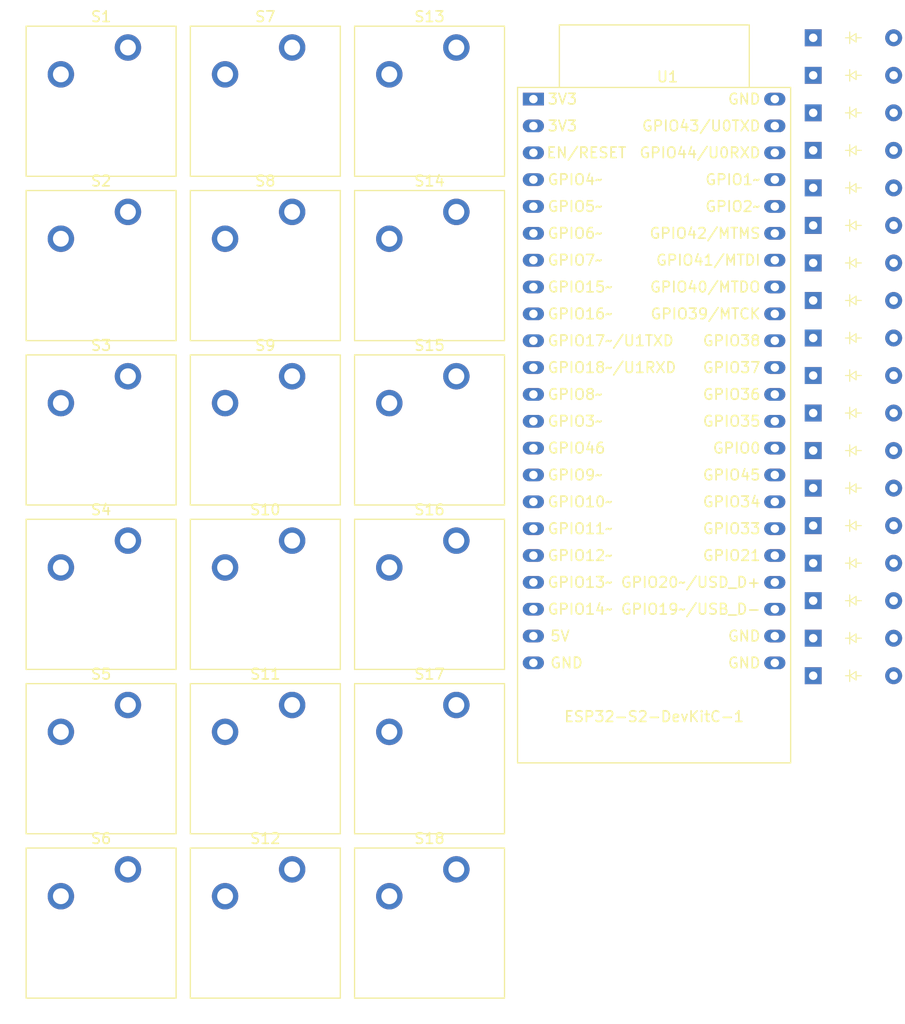
<source format=kicad_pcb>
(kicad_pcb (version 20240108) (generator "pcbnew") (generator_version "8.0")
  (layers (0 "F.Cu" signal) (31 "B.Cu" signal) (34 "B.Paste" user) (35 "F.Paste" user) (36 "B.SilkS" user "B.Silkscreen") (37 "F.SilkS" user "F.Silkscreen") (38 "B.Mask" user) (39 "F.Mask" user) (44 "Edge.Cuts" user))
  (net 0 "")
  (net 1 "Net-(D1-A)")
  (net 2 "Net-(D1-K)")
  (net 3 "Net-(D2-A)")
  (net 4 "Net-(D3-A)")
  (net 5 "Net-(D4-A)")
  (net 6 "Net-(D5-A)")
  (net 7 "Net-(D10-K)")
  (net 8 "Net-(D6-A)")
  (net 9 "Net-(D7-A)")
  (net 10 "Net-(D8-A)")
  (net 11 "Net-(D9-A)")
  (net 12 "Net-(D10-A)")
  (net 13 "Net-(D11-A)")
  (net 14 "Net-(D11-K)")
  (net 15 "Net-(D12-A)")
  (net 16 "Net-(D13-A)")
  (net 17 "Net-(D14-A)")
  (net 18 "Net-(D15-A)")
  (net 19 "Net-(D16-A)")
  (net 20 "Net-(D17-A)")
  (net 21 "Net-(D18-A)")
  (net 22 "Net-(S1-Pad1)")
  (net 23 "Net-(S12-Pad1)")
  (net 24 "Net-(S13-Pad1)")
  (net 25 "Net-(S14-Pad1)")
  (net 26 "Net-(S10-Pad1)")
  (net 27 "Net-(S16-Pad1)")
  (footprint "ScottoKeebs_Components:Diode_DO-35" (layer "F.Cu") (at 126.83 70.8)
    (property "Reference" "D12" (hide yes))
    (property "Value" "Diode" (hide yes))
    (fp_line (start 3.06 0) (end 3.46 0) (stroke (width 0.1)) (layer "F.SilkS"))
    (fp_line (start 3.46 -0.55) (end 3.46 0.55) (stroke (width 0.1)) (layer "F.SilkS"))
    (fp_line (start 3.46 0) (end 4.06 -0.4) (stroke (width 0.1)) (layer "F.SilkS"))
    (fp_line (start 4.06 -0.4) (end 4.06 0.4) (stroke (width 0.1)) (layer "F.SilkS"))
    (fp_line (start 4.06 0) (end 4.56 0) (stroke (width 0.1)) (layer "F.SilkS"))
    (fp_line (start 4.06 0.4) (end 3.46 0) (stroke (width 0.1)) (layer "F.SilkS"))
    (pad "1" thru_hole rect (at 0 0) (size 1.6 1.6) (drill 0.8) (layers "*.Cu" "*.Mask") (net 14 "Net-(D11-K)"))
    (pad "2" thru_hole oval (at 7.62 0) (size 1.6 1.6) (drill 0.8) (layers "*.Cu" "*.Mask") (net 15 "Net-(D12-A)"))
  )
  (footprint "ScottoKeebs_Components:Diode_DO-35" (layer "F.Cu") (at 126.83 67.25)
    (property "Reference" "D11" (hide yes))
    (property "Value" "Diode" (hide yes))
    (fp_line (start 3.06 0) (end 3.46 0) (stroke (width 0.1)) (layer "F.SilkS"))
    (fp_line (start 3.46 -0.55) (end 3.46 0.55) (stroke (width 0.1)) (layer "F.SilkS"))
    (fp_line (start 3.46 0) (end 4.06 -0.4) (stroke (width 0.1)) (layer "F.SilkS"))
    (fp_line (start 4.06 -0.4) (end 4.06 0.4) (stroke (width 0.1)) (layer "F.SilkS"))
    (fp_line (start 4.06 0) (end 4.56 0) (stroke (width 0.1)) (layer "F.SilkS"))
    (fp_line (start 4.06 0.4) (end 3.46 0) (stroke (width 0.1)) (layer "F.SilkS"))
    (pad "1" thru_hole rect (at 0 0) (size 1.6 1.6) (drill 0.8) (layers "*.Cu" "*.Mask") (net 14 "Net-(D11-K)"))
    (pad "2" thru_hole oval (at 7.62 0) (size 1.6 1.6) (drill 0.8) (layers "*.Cu" "*.Mask") (net 13 "Net-(D11-A)"))
  )
  (footprint "ScottoKeebs_MX:MX_PCB_1.50u" (layer "F.Cu") (at 90.5 84.4)
    (property "Reference" "S16" (at 0 -8 0) (layer "F.SilkS"))
    (property "Value" "Keyswitch")
    (fp_line (start -7.1 -7.1) (end -7.1 7.1) (stroke (width 0.12)) (layer "F.SilkS"))
    (fp_line (start -7.1 7.1) (end 7.1 7.1) (stroke (width 0.12)) (layer "F.SilkS"))
    (fp_line (start 7.1 -7.1) (end -7.1 -7.1) (stroke (width 0.12)) (layer "F.SilkS"))
    (fp_line (start 7.1 7.1) (end 7.1 -7.1) (stroke (width 0.12)) (layer "F.SilkS"))
    (pad "" np_thru_hole circle (at -5.08 0) (size 1.75 1.75) (drill 1.75) (layers "*.Cu" "*.Mask"))
    (pad "" np_thru_hole circle (at 0 0) (size 4 4) (drill 4) (layers "*.Cu" "*.Mask"))
    (pad "" np_thru_hole circle (at 5.08 0) (size 1.75 1.75) (drill 1.75) (layers "*.Cu" "*.Mask"))
    (pad "1" thru_hole circle (at -3.81 -2.54) (size 2.5 2.5) (drill 1.5) (layers "*.Cu" "*.Mask") (net 27 "Net-(S16-Pad1)"))
    (pad "2" thru_hole circle (at 2.54 -5.08) (size 2.5 2.5) (drill 1.5) (layers "*.Cu" "*.Mask") (net 19 "Net-(D16-A)"))
  )
  (footprint "ScottoKeebs_Components:Diode_DO-35" (layer "F.Cu") (at 126.83 77.9)
    (property "Reference" "D14" (hide yes))
    (property "Value" "Diode" (hide yes))
    (fp_line (start 3.06 0) (end 3.46 0) (stroke (width 0.1)) (layer "F.SilkS"))
    (fp_line (start 3.46 -0.55) (end 3.46 0.55) (stroke (width 0.1)) (layer "F.SilkS"))
    (fp_line (start 3.46 0) (end 4.06 -0.4) (stroke (width 0.1)) (layer "F.SilkS"))
    (fp_line (start 4.06 -0.4) (end 4.06 0.4) (stroke (width 0.1)) (layer "F.SilkS"))
    (fp_line (start 4.06 0) (end 4.56 0) (stroke (width 0.1)) (layer "F.SilkS"))
    (fp_line (start 4.06 0.4) (end 3.46 0) (stroke (width 0.1)) (layer "F.SilkS"))
    (pad "1" thru_hole rect (at 0 0) (size 1.6 1.6) (drill 0.8) (layers "*.Cu" "*.Mask") (net 14 "Net-(D11-K)"))
    (pad "2" thru_hole oval (at 7.62 0) (size 1.6 1.6) (drill 0.8) (layers "*.Cu" "*.Mask") (net 17 "Net-(D14-A)"))
  )
  (footprint "ScottoKeebs_MX:MX_PCB_1.00u" (layer "F.Cu") (at 59.4 115.5)
    (property "Reference" "S6" (at 0 -8 0) (layer "F.SilkS"))
    (property "Value" "Keyswitch")
    (fp_line (start -7.1 -7.1) (end -7.1 7.1) (stroke (width 0.12)) (layer "F.SilkS"))
    (fp_line (start -7.1 7.1) (end 7.1 7.1) (stroke (width 0.12)) (layer "F.SilkS"))
    (fp_line (start 7.1 -7.1) (end -7.1 -7.1) (stroke (width 0.12)) (layer "F.SilkS"))
    (fp_line (start 7.1 7.1) (end 7.1 -7.1) (stroke (width 0.12)) (layer "F.SilkS"))
    (pad "" np_thru_hole circle (at -5.08 0) (size 1.75 1.75) (drill 1.75) (layers "*.Cu" "*.Mask"))
    (pad "" np_thru_hole circle (at 0 0) (size 4 4) (drill 4) (layers "*.Cu" "*.Mask"))
    (pad "" np_thru_hole circle (at 5.08 0) (size 1.75 1.75) (drill 1.75) (layers "*.Cu" "*.Mask"))
    (pad "1" thru_hole circle (at -3.81 -2.54) (size 2.5 2.5) (drill 1.5) (layers "*.Cu" "*.Mask") (net 22 "Net-(S1-Pad1)"))
    (pad "2" thru_hole circle (at 2.54 -5.08) (size 2.5 2.5) (drill 1.5) (layers "*.Cu" "*.Mask") (net 8 "Net-(D6-A)"))
  )
  (footprint "ScottoKeebs_MX:MX_PCB_1.00u" (layer "F.Cu") (at 59.4 37.75)
    (property "Reference" "S1" (at 0 -8 0) (layer "F.SilkS"))
    (property "Value" "Keyswitch")
    (fp_line (start -7.1 -7.1) (end -7.1 7.1) (stroke (width 0.12)) (layer "F.SilkS"))
    (fp_line (start -7.1 7.1) (end 7.1 7.1) (stroke (width 0.12)) (layer "F.SilkS"))
    (fp_line (start 7.1 -7.1) (end -7.1 -7.1) (stroke (width 0.12)) (layer "F.SilkS"))
    (fp_line (start 7.1 7.1) (end 7.1 -7.1) (stroke (width 0.12)) (layer "F.SilkS"))
    (pad "" np_thru_hole circle (at -5.08 0) (size 1.75 1.75) (drill 1.75) (layers "*.Cu" "*.Mask"))
    (pad "" np_thru_hole circle (at 0 0) (size 4 4) (drill 4) (layers "*.Cu" "*.Mask"))
    (pad "" np_thru_hole circle (at 5.08 0) (size 1.75 1.75) (drill 1.75) (layers "*.Cu" "*.Mask"))
    (pad "1" thru_hole circle (at -3.81 -2.54) (size 2.5 2.5) (drill 1.5) (layers "*.Cu" "*.Mask") (net 22 "Net-(S1-Pad1)"))
    (pad "2" thru_hole circle (at 2.54 -5.08) (size 2.5 2.5) (drill 1.5) (layers "*.Cu" "*.Mask") (net 1 "Net-(D1-A)"))
  )
  (footprint "ScottoKeebs_Components:Diode_DO-35" (layer "F.Cu") (at 126.83 81.45)
    (property "Reference" "D15" (hide yes))
    (property "Value" "Diode" (hide yes))
    (fp_line (start 3.06 0) (end 3.46 0) (stroke (width 0.1)) (layer "F.SilkS"))
    (fp_line (start 3.46 -0.55) (end 3.46 0.55) (stroke (width 0.1)) (layer "F.SilkS"))
    (fp_line (start 3.46 0) (end 4.06 -0.4) (stroke (width 0.1)) (layer "F.SilkS"))
    (fp_line (start 4.06 -0.4) (end 4.06 0.4) (stroke (width 0.1)) (layer "F.SilkS"))
    (fp_line (start 4.06 0) (end 4.56 0) (stroke (width 0.1)) (layer "F.SilkS"))
    (fp_line (start 4.06 0.4) (end 3.46 0) (stroke (width 0.1)) (layer "F.SilkS"))
    (pad "1" thru_hole rect (at 0 0) (size 1.6 1.6) (drill 0.8) (layers "*.Cu" "*.Mask") (net 14 "Net-(D11-K)"))
    (pad "2" thru_hole oval (at 7.62 0) (size 1.6 1.6) (drill 0.8) (layers "*.Cu" "*.Mask") (net 18 "Net-(D15-A)"))
  )
  (footprint "ScottoKeebs_Components:Diode_DO-35" (layer "F.Cu") (at 126.83 35.3)
    (property "Reference" "D2" (hide yes))
    (property "Value" "Diode" (hide yes))
    (fp_line (start 3.06 0) (end 3.46 0) (stroke (width 0.1)) (layer "F.SilkS"))
    (fp_line (start 3.46 -0.55) (end 3.46 0.55) (stroke (width 0.1)) (layer "F.SilkS"))
    (fp_line (start 3.46 0) (end 4.06 -0.4) (stroke (width 0.1)) (layer "F.SilkS"))
    (fp_line (start 4.06 -0.4) (end 4.06 0.4) (stroke (width 0.1)) (layer "F.SilkS"))
    (fp_line (start 4.06 0) (end 4.56 0) (stroke (width 0.1)) (layer "F.SilkS"))
    (fp_line (start 4.06 0.4) (end 3.46 0) (stroke (width 0.1)) (layer "F.SilkS"))
    (pad "1" thru_hole rect (at 0 0) (size 1.6 1.6) (drill 0.8) (layers "*.Cu" "*.Mask") (net 2 "Net-(D1-K)"))
    (pad "2" thru_hole oval (at 7.62 0) (size 1.6 1.6) (drill 0.8) (layers "*.Cu" "*.Mask") (net 3 "Net-(D2-A)"))
  )
  (footprint "ScottoKeebs_Components:Diode_DO-35" (layer "F.Cu") (at 126.83 85)
    (property "Reference" "D16" (hide yes))
    (property "Value" "Diode" (hide yes))
    (fp_line (start 3.06 0) (end 3.46 0) (stroke (width 0.1)) (layer "F.SilkS"))
    (fp_line (start 3.46 -0.55) (end 3.46 0.55) (stroke (width 0.1)) (layer "F.SilkS"))
    (fp_line (start 3.46 0) (end 4.06 -0.4) (stroke (width 0.1)) (layer "F.SilkS"))
    (fp_line (start 4.06 -0.4) (end 4.06 0.4) (stroke (width 0.1)) (layer "F.SilkS"))
    (fp_line (start 4.06 0) (end 4.56 0) (stroke (width 0.1)) (layer "F.SilkS"))
    (fp_line (start 4.06 0.4) (end 3.46 0) (stroke (width 0.1)) (layer "F.SilkS"))
    (pad "1" thru_hole rect (at 0 0) (size 1.6 1.6) (drill 0.8) (layers "*.Cu" "*.Mask") (net 2 "Net-(D1-K)"))
    (pad "2" thru_hole oval (at 7.62 0) (size 1.6 1.6) (drill 0.8) (layers "*.Cu" "*.Mask") (net 19 "Net-(D16-A)"))
  )
  (footprint "ScottoKeebs_Components:Diode_DO-35" (layer "F.Cu") (at 126.83 60.15)
    (property "Reference" "D9" (hide yes))
    (property "Value" "Diode" (hide yes))
    (fp_line (start 3.06 0) (end 3.46 0) (stroke (width 0.1)) (layer "F.SilkS"))
    (fp_line (start 3.46 -0.55) (end 3.46 0.55) (stroke (width 0.1)) (layer "F.SilkS"))
    (fp_line (start 3.46 0) (end 4.06 -0.4) (stroke (width 0.1)) (layer "F.SilkS"))
    (fp_line (start 4.06 -0.4) (end 4.06 0.4) (stroke (width 0.1)) (layer "F.SilkS"))
    (fp_line (start 4.06 0) (end 4.56 0) (stroke (width 0.1)) (layer "F.SilkS"))
    (fp_line (start 4.06 0.4) (end 3.46 0) (stroke (width 0.1)) (layer "F.SilkS"))
    (pad "1" thru_hole rect (at 0 0) (size 1.6 1.6) (drill 0.8) (layers "*.Cu" "*.Mask") (net 7 "Net-(D10-K)"))
    (pad "2" thru_hole oval (at 7.62 0) (size 1.6 1.6) (drill 0.8) (layers "*.Cu" "*.Mask") (net 11 "Net-(D9-A)"))
  )
  (footprint "ScottoKeebs_MX:MX_PCB_1.00u" (layer "F.Cu") (at 90.5 37.75)
    (property "Reference" "S13" (at 0 -8 0) (layer "F.SilkS"))
    (property "Value" "Keyswitch")
    (fp_line (start -7.1 -7.1) (end -7.1 7.1) (stroke (width 0.12)) (layer "F.SilkS"))
    (fp_line (start -7.1 7.1) (end 7.1 7.1) (stroke (width 0.12)) (layer "F.SilkS"))
    (fp_line (start 7.1 -7.1) (end -7.1 -7.1) (stroke (width 0.12)) (layer "F.SilkS"))
    (fp_line (start 7.1 7.1) (end 7.1 -7.1) (stroke (width 0.12)) (layer "F.SilkS"))
    (pad "" np_thru_hole circle (at -5.08 0) (size 1.75 1.75) (drill 1.75) (layers "*.Cu" "*.Mask"))
    (pad "" np_thru_hole circle (at 0 0) (size 4 4) (drill 4) (layers "*.Cu" "*.Mask"))
    (pad "" np_thru_hole circle (at 5.08 0) (size 1.75 1.75) (drill 1.75) (layers "*.Cu" "*.Mask"))
    (pad "1" thru_hole circle (at -3.81 -2.54) (size 2.5 2.5) (drill 1.5) (layers "*.Cu" "*.Mask") (net 24 "Net-(S13-Pad1)"))
    (pad "2" thru_hole circle (at 2.54 -5.08) (size 2.5 2.5) (drill 1.5) (layers "*.Cu" "*.Mask") (net 16 "Net-(D13-A)"))
  )
  (footprint "ScottoKeebs_MX:MX_PCB_1.00u" (layer "F.Cu") (at 90.5 68.85)
    (property "Reference" "S15" (at 0 -8 0) (layer "F.SilkS"))
    (property "Value" "Keyswitch")
    (fp_line (start -7.1 -7.1) (end -7.1 7.1) (stroke (width 0.12)) (layer "F.SilkS"))
    (fp_line (start -7.1 7.1) (end 7.1 7.1) (stroke (width 0.12)) (layer "F.SilkS"))
    (fp_line (start 7.1 -7.1) (end -7.1 -7.1) (stroke (width 0.12)) (layer "F.SilkS"))
    (fp_line (start 7.1 7.1) (end 7.1 -7.1) (stroke (width 0.12)) (layer "F.SilkS"))
    (pad "" np_thru_hole circle (at -5.08 0) (size 1.75 1.75) (drill 1.75) (layers "*.Cu" "*.Mask"))
    (pad "" np_thru_hole circle (at 0 0) (size 4 4) (drill 4) (layers "*.Cu" "*.Mask"))
    (pad "" np_thru_hole circle (at 5.08 0) (size 1.75 1.75) (drill 1.75) (layers "*.Cu" "*.Mask"))
    (pad "1" thru_hole circle (at -3.81 -2.54) (size 2.5 2.5) (drill 1.5) (layers "*.Cu" "*.Mask") (net 26 "Net-(S10-Pad1)"))
    (pad "2" thru_hole circle (at 2.54 -5.08) (size 2.5 2.5) (drill 1.5) (layers "*.Cu" "*.Mask") (net 18 "Net-(D15-A)"))
  )
  (footprint "ScottoKeebs_Components:Diode_DO-35" (layer "F.Cu") (at 126.83 31.75)
    (property "Reference" "D1" (hide yes))
    (property "Value" "Diode" (hide yes))
    (fp_line (start 3.06 0) (end 3.46 0) (stroke (width 0.1)) (layer "F.SilkS"))
    (fp_line (start 3.46 -0.55) (end 3.46 0.55) (stroke (width 0.1)) (layer "F.SilkS"))
    (fp_line (start 3.46 0) (end 4.06 -0.4) (stroke (width 0.1)) (layer "F.SilkS"))
    (fp_line (start 4.06 -0.4) (end 4.06 0.4) (stroke (width 0.1)) (layer "F.SilkS"))
    (fp_line (start 4.06 0) (end 4.56 0) (stroke (width 0.1)) (layer "F.SilkS"))
    (fp_line (start 4.06 0.4) (end 3.46 0) (stroke (width 0.1)) (layer "F.SilkS"))
    (pad "1" thru_hole rect (at 0 0) (size 1.6 1.6) (drill 0.8) (layers "*.Cu" "*.Mask") (net 2 "Net-(D1-K)"))
    (pad "2" thru_hole oval (at 7.62 0) (size 1.6 1.6) (drill 0.8) (layers "*.Cu" "*.Mask") (net 1 "Net-(D1-A)"))
  )
  (footprint "ScottoKeebs_MX:MX_PCB_1.00u" (layer "F.Cu") (at 74.95 115.5)
    (property "Reference" "S12" (at 0 -8 0) (layer "F.SilkS"))
    (property "Value" "Keyswitch")
    (fp_line (start -7.1 -7.1) (end -7.1 7.1) (stroke (width 0.12)) (layer "F.SilkS"))
    (fp_line (start -7.1 7.1) (end 7.1 7.1) (stroke (width 0.12)) (layer "F.SilkS"))
    (fp_line (start 7.1 -7.1) (end -7.1 -7.1) (stroke (width 0.12)) (layer "F.SilkS"))
    (fp_line (start 7.1 7.1) (end 7.1 -7.1) (stroke (width 0.12)) (layer "F.SilkS"))
    (pad "" np_thru_hole circle (at -5.08 0) (size 1.75 1.75) (drill 1.75) (layers "*.Cu" "*.Mask"))
    (pad "" np_thru_hole circle (at 0 0) (size 4 4) (drill 4) (layers "*.Cu" "*.Mask"))
    (pad "" np_thru_hole circle (at 5.08 0) (size 1.75 1.75) (drill 1.75) (layers "*.Cu" "*.Mask"))
    (pad "1" thru_hole circle (at -3.81 -2.54) (size 2.5 2.5) (drill 1.5) (layers "*.Cu" "*.Mask") (net 23 "Net-(S12-Pad1)"))
    (pad "2" thru_hole circle (at 2.54 -5.08) (size 2.5 2.5) (drill 1.5) (layers "*.Cu" "*.Mask") (net 15 "Net-(D12-A)"))
  )
  (footprint "ScottoKeebs_Components:Diode_DO-35" (layer "F.Cu") (at 126.83 38.85)
    (property "Reference" "D3" (hide yes))
    (property "Value" "Diode" (hide yes))
    (fp_line (start 3.06 0) (end 3.46 0) (stroke (width 0.1)) (layer "F.SilkS"))
    (fp_line (start 3.46 -0.55) (end 3.46 0.55) (stroke (width 0.1)) (layer "F.SilkS"))
    (fp_line (start 3.46 0) (end 4.06 -0.4) (stroke (width 0.1)) (layer "F.SilkS"))
    (fp_line (start 4.06 -0.4) (end 4.06 0.4) (stroke (width 0.1)) (layer "F.SilkS"))
    (fp_line (start 4.06 0) (end 4.56 0) (stroke (width 0.1)) (layer "F.SilkS"))
    (fp_line (start 4.06 0.4) (end 3.46 0) (stroke (width 0.1)) (layer "F.SilkS"))
    (pad "1" thru_hole rect (at 0 0) (size 1.6 1.6) (drill 0.8) (layers "*.Cu" "*.Mask") (net 2 "Net-(D1-K)"))
    (pad "2" thru_hole oval (at 7.62 0) (size 1.6 1.6) (drill 0.8) (layers "*.Cu" "*.Mask") (net 4 "Net-(D3-A)"))
  )
  (footprint "PCM_Espressif:ESP32-S2-DevKitC-1" (layer "F.Cu") (at 100.335 37.54812)
    (property "Reference" "U1" (at 12.7 -2.1 0) (layer "F.SilkS"))
    (property "Value" "ESP32-S2-DevKitC-1" (at 11.43 58.42 180) (layer "F.SilkS"))
    (fp_line (start -1.5 62.79728) (end 24.359999 62.79728) (stroke (width 0.12)) (layer "F.SilkS"))
    (fp_line (start -1.499999 -1.1) (end -1.5 62.79728) (stroke (width 0.12)) (layer "F.SilkS"))
    (fp_line (start 2.46012 -7.01312) (end 20.44332 -7.01312) (stroke (width 0.12)) (layer "F.SilkS"))
    (fp_line (start 2.46012 -1.12032) (end 2.46012 -7.01312) (stroke (width 0.12)) (layer "F.SilkS"))
    (fp_line (start 20.44332 -7.01312) (end 20.44332 -1.12032) (stroke (width 0.12)) (layer "F.SilkS"))
    (fp_line (start 24.359999 62.79728) (end 24.36 -1.1) (stroke (width 0.12)) (layer "F.SilkS"))
    (fp_line (start 24.36 -1.1) (end -1.499999 -1.1) (stroke (width 0.12)) (layer "F.SilkS"))
    (fp_text user "GPIO46" (at 1.27 33.02 0) (layer "F.SilkS") (effects (justify left)))
    (fp_text user "GPIO15~" (at 1.27 17.78 0) (layer "F.SilkS") (effects (justify left)))
    (fp_text user "GPIO0" (at 21.59 33.02 0) (layer "F.SilkS") (effects (justify right)))
    (fp_text user "GPIO44/U0RXD" (at 21.59 5.08 0) (layer "F.SilkS") (effects (justify right)))
    (fp_text user "GPIO9~" (at 1.27 35.56 0) (layer "F.SilkS") (effects (justify left)))
    (fp_text user "GPIO36" (at 21.59 27.94 0) (layer "F.SilkS") (effects (justify right)))
    (fp_text user "5V" (at 1.52032 50.79728 0) (layer "F.SilkS") (effects (justify left)))
    (fp_text user "GPIO35" (at 21.59 30.48 0) (layer "F.SilkS") (effects (justify right)))
    (fp_text user "GPIO45" (at 21.59 35.56 0) (layer "F.SilkS") (effects (justify right)))
    (fp_text user "GPIO2~" (at 21.59 10.16 0) (layer "F.SilkS") (effects (justify right)))
    (fp_text user "GPIO8~" (at 1.27 27.94 0) (layer "F.SilkS") (effects (justify left)))
    (fp_text user "GPIO38" (at 21.59 22.86 0) (layer "F.SilkS") (effects (justify right)))
    (fp_text user "GPIO6~" (at 1.27 12.7 0) (layer "F.SilkS") (effects (justify left)))
    (fp_text user "GPIO16~" (at 1.27 20.32 0) (layer "F.SilkS") (effects (justify left)))
    (fp_text user "GPIO3~" (at 1.27 30.48 0) (layer "F.SilkS") (effects (justify left)))
    (fp_text user "GPIO19~/USB_D-" (at 21.59 48.26 0) (layer "F.SilkS") (effects (justify right)))
    (fp_text user "GND" (at 21.59 0 0) (layer "F.SilkS") (effects (justify right)))
    (fp_text user "EN/RESET" (at 8.88632 5.07728 0) (layer "F.SilkS") (effects (justify right)))
    (fp_text user "3V3" (at 1.27 0 0) (layer "F.SilkS") (effects (justify left)))
    (fp_text user "GPIO40/MTDO" (at 21.59 17.78 0) (layer "F.SilkS") (effects (justify right)))
    (fp_text user "GPIO34" (at 21.59 38.1 0) (layer "F.SilkS") (effects (justify right)))
    (fp_text user "GPIO43/U0TXD" (at 21.59 2.54 0) (layer "F.SilkS") (effects (justify right)))
    (fp_text user "GPIO12~" (at 1.27 43.18 0) (layer "F.SilkS") (effects (justify left)))
    (fp_text user "GPIO18~/U1RXD" (at 1.27 25.4 0) (layer "F.SilkS") (effects (justify left)))
    (fp_text user "GPIO20~/USD_D+" (at 21.59 45.72 0) (layer "F.SilkS") (effects (justify right)))
    (fp_text user "GPIO11~" (at 1.27 40.64 0) (layer "F.SilkS") (effects (justify left)))
    (fp_text user "GPIO39/MTCK" (at 21.59 20.32 0) (layer "F.SilkS") (effects (justify right)))
    (fp_text user "GND" (at 21.59 50.8 0) (layer "F.SilkS") (effects (justify right)))
    (fp_text user "GPIO41/MTDI" (at 21.59 15.24 0) (layer "F.SilkS") (effects (justify right)))
    (fp_text user "GPIO10~" (at 1.27 38.1 0) (layer "F.SilkS") (effects (justify left)))
    (fp_text user "GND" (at 1.52032 53.33728 0) (layer "F.SilkS") (effects (justify left)))
    (fp_text user "GPIO37" (at 21.59 25.4 0) (layer "F.SilkS") (effects (justify right)))
    (fp_text user "GPIO1~" (at 21.59 7.62 0) (layer "F.SilkS") (effects (justify right)))
    (fp_text user "GPIO4~" (at 1.27 7.62 0) (layer "F.SilkS") (effects (justify left)))
    (fp_text user "GPIO5~" (at 1.27 10.16 0) (layer "F.SilkS") (effects (justify left)))
    (fp_text user "GND" (at 21.59 53.34 0) (layer "F.SilkS") (effects (justify right)))
    (fp_text user "3V3" (at 1.27 2.54 0) (layer "F.SilkS") (effects (justify left)))
    (fp_text user "GPIO42/MTMS" (at 21.59 12.7 0) (layer "F.SilkS") (effects (justify right)))
    (fp_text user "GPIO33" (at 21.59 40.64 0) (layer "F.SilkS") (effects (justify right)))
    (fp_text user "GPIO13~" (at 1.27 45.72 0) (layer "F.SilkS") (effects (justify left)))
    (fp_text user "GPIO7~" (at 1.27 15.24 0) (layer "F.SilkS") (effects (justify left)))
    (fp_text user "GPIO14~" (at 1.27 48.26 0) (layer "F.SilkS") (effects (justify left)))
    (fp_text user "GPIO21" (at 21.59 43.18 0) (layer "F.SilkS") (effects (justify right)))
    (fp_text user "GPIO17~/U1TXD" (at 1.27 22.86 0) (layer "F.SilkS") (effects (justify left)))
    (pad "1" thru_hole rect (at 0 0 270) (size 1.2 2) (drill 0.8) (layers "*.Cu" "*.Mask"))
    (pad "2" thru_hole oval (at 0 2.54 270) (size 1.2 2) (drill 0.8) (layers "*.Cu" "*.Mask"))
    (pad "3" thru_hole oval (at 0 5.08 270) (size 1.2 2) (drill 0.8) (layers "*.Cu" "*.Mask"))
    (pad "4" thru_hole oval (at 0 7.62 270) (size 1.2 2) (drill 0.8) (layers "*.Cu" "*.Mask"))
    (pad "5" thru_hole oval (at 0 10.16 270) (size 1.2 2) (drill 0.8) (layers "*.Cu" "*.Mask"))
    (pad "6" thru_hole oval (at 0 12.7 270) (size 1.2 2) (drill 0.8) (layers "*.Cu" "*.Mask"))
    (pad "7" thru_hole oval (at 0 15.24 270) (size 1.2 2) (drill 0.8) (layers "*.Cu" "*.Mask"))
    (pad "8" thru_hole oval (at 0 17.78 270) (size 1.2 2) (drill 0.8) (layers "*.Cu" "*.Mask"))
    (pad "9" thru_hole oval (at 0 20.32 270) (size 1.2 2) (drill 0.8) (layers "*.Cu" "*.Mask"))
    (pad "10" thru_hole oval (at 0 22.86 270) (size 1.2 2) (drill 0.8) (layers "*.Cu" "*.Mask"))
    (pad "11" thru_hole oval (at 0 25.4 270) (size 1.2 2) (drill 0.8) (layers "*.Cu" "*.Mask"))
    (pad "12" thru_hole oval (at 0 27.94 270) (size 1.2 2) (drill 0.8) (layers "*.Cu" "*.Mask"))
    (pad "13" thru_hole oval (at 0 30.48 270) (size 1.2 2) (drill 0.8) (layers "*.Cu" "*.Mask"))
    (pad "14" thru_hole oval (at 0 33.02 270) (size 1.2 2) (drill 0.8) (layers "*.Cu" "*.Mask"))
    (pad "15" thru_hole oval (at 0 35.56 270) (size 1.2 2) (drill 0.8) (layers "*.Cu" "*.Mask"))
    (pad "16" thru_hole oval (at 0 38.1 270) (size 1.2 2) (drill 0.8) (layers "*.Cu" "*.Mask"))
    (pad "17" thru_hole oval (at 0 40.64 270) (size 1.2 2) (drill 0.8) (layers "*.Cu" "*.Mask"))
    (pad "18" thru_hole oval (at 0 43.18 270) (size 1.2 2) (drill 0.8) (layers "*.Cu" "*.Mask"))
    (pad "19" thru_hole oval (at 0 45.72 270) (size 1.2 2) (drill 0.8) (layers "*.Cu" "*.Mask"))
    (pad "20" thru_hole oval (at -0.00368 48.25728 270) (size 1.2 2) (drill 0.8) (layers "*.Cu" "*.Mask"))
    (pad "21" thru_hole oval (at -0.00368 50.79728 270) (size 1.2 2) (drill 0.8) (layers "*.Cu" "*.Mask"))
    (pad "22" thru_hole oval (at -0.00368 53.33728 270) (size 1.2 2) (drill 0.8) (layers "*.Cu" "*.Mask"))
    (pad "23" thru_hole oval (at 22.86 53.34 270) (size 1.2 2) (drill 0.8) (layers "*.Cu" "*.Mask"))
    (pad "24" thru_hole oval (at 22.86 50.8 270) (size 1.2 2) (drill 0.8) (layers "*.Cu" "*.Mask"))
    (pad "25" thru_hole oval (at 22.86 48.26 270) (size 1.2 2) (drill 0.8) (layers "*.Cu" "*.Mask"))
    (pad "26" thru_hole oval (at 22.86 45.72 270) (size 1.2 2) (drill 0.8) (layers "*.Cu" "*.Mask"))
    (pad "27" thru_hole oval (at 22.86 43.18 270) (size 1.2 2) (drill 0.8) (layers "*.Cu" "*.Mask"))
    (pad "28" thru_hole oval (at 22.86 40.64 270) (size 1.2 2) (drill 0.8) (layers "*.Cu" "*.Mask"))
    (pad "29" thru_hole oval (at 22.86 38.1 270) (size 1.2 2) (drill 0.8) (layers "*.Cu" "*.Mask"))
    (pad "30" thru_hole oval (at 22.86 35.56 270) (size 1.2 2) (drill 0.8) (layers "*.Cu" "*.Mask"))
    (pad "31" thru_hole oval (at 22.86 33.02 270) (size 1.2 2) (drill 0.8) (layers "*.Cu" "*.Mask"))
    (pad "32" thru_hole oval (at 22.86 30.48 270) (size 1.2 2) (drill 0.8) (layers "*.Cu" "*.Mask"))
    (pad "33" thru_hole oval (at 22.86 27.94 270) (size 1.2 2) (drill 0.8) (layers "*.Cu" "*.Mask"))
    (pad "34" thru_hole oval (at 22.86 25.4 270) (size 1.2 2) (drill 0.8) (layers "*.Cu" "*.Mask"))
    (pad "35" thru_hole oval (at 22.86 22.86 270) (size 1.2 2) (drill 0.8) (layers "*.Cu" "*.Mask"))
    (pad "36" thru_hole oval (at 22.86 20.32 270) (size 1.2 2) (drill 0.8) (layers "*.Cu" "*.Mask"))
    (pad "37" thru_hole oval (at 22.86 17.78 270) (size 1.2 2) (drill 0.8) (layers "*.Cu" "*.Mask"))
    (pad "38" thru_hole oval (at 22.86 15.24 270) (size 1.2 2) (drill 0.8) (layers "*.Cu" "*.Mask"))
    (pad "39" thru_hole oval (at 22.86 12.7 270) (size 1.2 2) (drill 0.8) (layers "*.Cu" "*.Mask"))
    (pad "40" thru_hole oval (at 22.86 10.16 270) (size 1.2 2) (drill 0.8) (layers "*.Cu" "*.Mask"))
    (pad "41" thru_hole oval (at 22.86 7.62 270) (size 1.2 2) (drill 0.8) (layers "*.Cu" "*.Mask"))
    (pad "42" thru_hole oval (at 22.86 5.08 270) (size 1.2 2) (drill 0.8) (layers "*.Cu" "*.Mask"))
    (pad "43" thru_hole oval (at 22.86 2.54 270) (size 1.2 2) (drill 0.8) (layers "*.Cu" "*.Mask"))
    (pad "44" thru_hole oval (at 22.86 0 270) (size 1.2 2) (drill 0.8) (layers "*.Cu" "*.Mask"))
  )
  (footprint "ScottoKeebs_Components:Diode_DO-35" (layer "F.Cu") (at 126.83 42.4)
    (property "Reference" "D4" (hide yes))
    (property "Value" "Diode" (hide yes))
    (fp_line (start 3.06 0) (end 3.46 0) (stroke (width 0.1)) (layer "F.SilkS"))
    (fp_line (start 3.46 -0.55) (end 3.46 0.55) (stroke (width 0.1)) (layer "F.SilkS"))
    (fp_line (start 3.46 0) (end 4.06 -0.4) (stroke (width 0.1)) (layer "F.SilkS"))
    (fp_line (start 4.06 -0.4) (end 4.06 0.4) (stroke (width 0.1)) (layer "F.SilkS"))
    (fp_line (start 4.06 0) (end 4.56 0) (stroke (width 0.1)) (layer "F.SilkS"))
    (fp_line (start 4.06 0.4) (end 3.46 0) (stroke (width 0.1)) (layer "F.SilkS"))
    (pad "1" thru_hole rect (at 0 0) (size 1.6 1.6) (drill 0.8) (layers "*.Cu" "*.Mask") (net 2 "Net-(D1-K)"))
    (pad "2" thru_hole oval (at 7.62 0) (size 1.6 1.6) (drill 0.8) (layers "*.Cu" "*.Mask") (net 5 "Net-(D4-A)"))
  )
  (footprint "ScottoKeebs_MX:MX_PCB_1.00u" (layer "F.Cu") (at 59.4 53.3)
    (property "Reference" "S2" (at 0 -8 0) (layer "F.SilkS"))
    (property "Value" "Keyswitch")
    (fp_line (start -7.1 -7.1) (end -7.1 7.1) (stroke (width 0.12)) (layer "F.SilkS"))
    (fp_line (start -7.1 7.1) (end 7.1 7.1) (stroke (width 0.12)) (layer "F.SilkS"))
    (fp_line (start 7.1 -7.1) (end -7.1 -7.1) (stroke (width 0.12)) (layer "F.SilkS"))
    (fp_line (start 7.1 7.1) (end 7.1 -7.1) (stroke (width 0.12)) (layer "F.SilkS"))
    (pad "" np_thru_hole circle (at -5.08 0) (size 1.75 1.75) (drill 1.75) (layers "*.Cu" "*.Mask"))
    (pad "" np_thru_hole circle (at 0 0) (size 4 4) (drill 4) (layers "*.Cu" "*.Mask"))
    (pad "" np_thru_hole circle (at 5.08 0) (size 1.75 1.75) (drill 1.75) (layers "*.Cu" "*.Mask"))
    (pad "1" thru_hole circle (at -3.81 -2.54) (size 2.5 2.5) (drill 1.5) (layers "*.Cu" "*.Mask") (net 23 "Net-(S12-Pad1)"))
    (pad "2" thru_hole circle (at 2.54 -5.08) (size 2.5 2.5) (drill 1.5) (layers "*.Cu" "*.Mask") (net 3 "Net-(D2-A)"))
  )
  (footprint "ScottoKeebs_Components:Diode_DO-35" (layer "F.Cu") (at 126.83 53.05)
    (property "Reference" "D7" (hide yes))
    (property "Value" "Diode" (hide yes))
    (fp_line (start 3.06 0) (end 3.46 0) (stroke (width 0.1)) (layer "F.SilkS"))
    (fp_line (start 3.46 -0.55) (end 3.46 0.55) (stroke (width 0.1)) (layer "F.SilkS"))
    (fp_line (start 3.46 0) (end 4.06 -0.4) (stroke (width 0.1)) (layer "F.SilkS"))
    (fp_line (start 4.06 -0.4) (end 4.06 0.4) (stroke (width 0.1)) (layer "F.SilkS"))
    (fp_line (start 4.06 0) (end 4.56 0) (stroke (width 0.1)) (layer "F.SilkS"))
    (fp_line (start 4.06 0.4) (end 3.46 0) (stroke (width 0.1)) (layer "F.SilkS"))
    (pad "1" thru_hole rect (at 0 0) (size 1.6 1.6) (drill 0.8) (layers "*.Cu" "*.Mask") (net 7 "Net-(D10-K)"))
    (pad "2" thru_hole oval (at 7.62 0) (size 1.6 1.6) (drill 0.8) (layers "*.Cu" "*.Mask") (net 9 "Net-(D7-A)"))
  )
  (footprint "ScottoKeebs_Components:Diode_DO-35" (layer "F.Cu") (at 126.83 74.35)
    (property "Reference" "D13" (hide yes))
    (property "Value" "Diode" (hide yes))
    (fp_line (start 3.06 0) (end 3.46 0) (stroke (width 0.1)) (layer "F.SilkS"))
    (fp_line (start 3.46 -0.55) (end 3.46 0.55) (stroke (width 0.1)) (layer "F.SilkS"))
    (fp_line (start 3.46 0) (end 4.06 -0.4) (stroke (width 0.1)) (layer "F.SilkS"))
    (fp_line (start 4.06 -0.4) (end 4.06 0.4) (stroke (width 0.1)) (layer "F.SilkS"))
    (fp_line (start 4.06 0) (end 4.56 0) (stroke (width 0.1)) (layer "F.SilkS"))
    (fp_line (start 4.06 0.4) (end 3.46 0) (stroke (width 0.1)) (layer "F.SilkS"))
    (pad "1" thru_hole rect (at 0 0) (size 1.6 1.6) (drill 0.8) (layers "*.Cu" "*.Mask") (net 14 "Net-(D11-K)"))
    (pad "2" thru_hole oval (at 7.62 0) (size 1.6 1.6) (drill 0.8) (layers "*.Cu" "*.Mask") (net 16 "Net-(D13-A)"))
  )
  (footprint "ScottoKeebs_Components:Diode_DO-35" (layer "F.Cu") (at 126.83 88.55)
    (property "Reference" "D17" (hide yes))
    (property "Value" "Diode" (hide yes))
    (fp_line (start 3.06 0) (end 3.46 0) (stroke (width 0.1)) (layer "F.SilkS"))
    (fp_line (start 3.46 -0.55) (end 3.46 0.55) (stroke (width 0.1)) (layer "F.SilkS"))
    (fp_line (start 3.46 0) (end 4.06 -0.4) (stroke (width 0.1)) (layer "F.SilkS"))
    (fp_line (start 4.06 -0.4) (end 4.06 0.4) (stroke (width 0.1)) (layer "F.SilkS"))
    (fp_line (start 4.06 0) (end 4.56 0) (stroke (width 0.1)) (layer "F.SilkS"))
    (fp_line (start 4.06 0.4) (end 3.46 0) (stroke (width 0.1)) (layer "F.SilkS"))
    (pad "1" thru_hole rect (at 0 0) (size 1.6 1.6) (drill 0.8) (layers "*.Cu" "*.Mask") (net 7 "Net-(D10-K)"))
    (pad "2" thru_hole oval (at 7.62 0) (size 1.6 1.6) (drill 0.8) (layers "*.Cu" "*.Mask") (net 20 "Net-(D17-A)"))
  )
  (footprint "ScottoKeebs_MX:MX_PCB_1.00u" (layer "F.Cu") (at 74.95 68.85)
    (property "Reference" "S9" (at 0 -8 0) (layer "F.SilkS"))
    (property "Value" "Keyswitch")
    (fp_line (start -7.1 -7.1) (end -7.1 7.1) (stroke (width 0.12)) (layer "F.SilkS"))
    (fp_line (start -7.1 7.1) (end 7.1 7.1) (stroke (width 0.12)) (layer "F.SilkS"))
    (fp_line (start 7.1 -7.1) (end -7.1 -7.1) (stroke (width 0.12)) (layer "F.SilkS"))
    (fp_line (start 7.1 7.1) (end 7.1 -7.1) (stroke (width 0.12)) (layer "F.SilkS"))
    (pad "" np_thru_hole circle (at -5.08 0) (size 1.75 1.75) (drill 1.75) (layers "*.Cu" "*.Mask"))
    (pad "" np_thru_hole circle (at 0 0) (size 4 4) (drill 4) (layers "*.Cu" "*.Mask"))
    (pad "" np_thru_hole circle (at 5.08 0) (size 1.75 1.75) (drill 1.75) (layers "*.Cu" "*.Mask"))
    (pad "1" thru_hole circle (at -3.81 -2.54) (size 2.5 2.5) (drill 1.5) (layers "*.Cu" "*.Mask") (net 25 "Net-(S14-Pad1)"))
    (pad "2" thru_hole circle (at 2.54 -5.08) (size 2.5 2.5) (drill 1.5) (layers "*.Cu" "*.Mask") (net 11 "Net-(D9-A)"))
  )
  (footprint "ScottoKeebs_MX:MX_PCB_1.00u" (layer "F.Cu") (at 74.95 84.4)
    (property "Reference" "S10" (at 0 -8 0) (layer "F.SilkS"))
    (property "Value" "Keyswitch")
    (fp_line (start -7.1 -7.1) (end -7.1 7.1) (stroke (width 0.12)) (layer "F.SilkS"))
    (fp_line (start -7.1 7.1) (end 7.1 7.1) (stroke (width 0.12)) (layer "F.SilkS"))
    (fp_line (start 7.1 -7.1) (end -7.1 -7.1) (stroke (width 0.12)) (layer "F.SilkS"))
    (fp_line (start 7.1 7.1) (end 7.1 -7.1) (stroke (width 0.12)) (layer "F.SilkS"))
    (pad "" np_thru_hole circle (at -5.08 0) (size 1.75 1.75) (drill 1.75) (layers "*.Cu" "*.Mask"))
    (pad "" np_thru_hole circle (at 0 0) (size 4 4) (drill 4) (layers "*.Cu" "*.Mask"))
    (pad "" np_thru_hole circle (at 5.08 0) (size 1.75 1.75) (drill 1.75) (layers "*.Cu" "*.Mask"))
    (pad "1" thru_hole circle (at -3.81 -2.54) (size 2.5 2.5) (drill 1.5) (layers "*.Cu" "*.Mask") (net 26 "Net-(S10-Pad1)"))
    (pad "2" thru_hole circle (at 2.54 -5.08) (size 2.5 2.5) (drill 1.5) (layers "*.Cu" "*.Mask") (net 12 "Net-(D10-A)"))
  )
  (footprint "ScottoKeebs_Components:Diode_DO-35" (layer "F.Cu") (at 126.83 56.6)
    (property "Reference" "D8" (hide yes))
    (property "Value" "Diode" (hide yes))
    (fp_line (start 3.06 0) (end 3.46 0) (stroke (width 0.1)) (layer "F.SilkS"))
    (fp_line (start 3.46 -0.55) (end 3.46 0.55) (stroke (width 0.1)) (layer "F.SilkS"))
    (fp_line (start 3.46 0) (end 4.06 -0.4) (stroke (width 0.1)) (layer "F.SilkS"))
    (fp_line (start 4.06 -0.4) (end 4.06 0.4) (stroke (width 0.1)) (layer "F.SilkS"))
    (fp_line (start 4.06 0) (end 4.56 0) (stroke (width 0.1)) (layer "F.SilkS"))
    (fp_line (start 4.06 0.4) (end 3.46 0) (stroke (width 0.1)) (layer "F.SilkS"))
    (pad "1" thru_hole rect (at 0 0) (size 1.6 1.6) (drill 0.8) (layers "*.Cu" "*.Mask") (net 7 "Net-(D10-K)"))
    (pad "2" thru_hole oval (at 7.62 0) (size 1.6 1.6) (drill 0.8) (layers "*.Cu" "*.Mask") (net 10 "Net-(D8-A)"))
  )
  (footprint "ScottoKeebs_MX:MX_PCB_1.00u" (layer "F.Cu") (at 59.4 84.4)
    (property "Reference" "S4" (at 0 -8 0) (layer "F.SilkS"))
    (property "Value" "Keyswitch")
    (fp_line (start -7.1 -7.1) (end -7.1 7.1) (stroke (width 0.12)) (layer "F.SilkS"))
    (fp_line (start -7.1 7.1) (end 7.1 7.1) (stroke (width 0.12)) (layer "F.SilkS"))
    (fp_line (start 7.1 -7.1) (end -7.1 -7.1) (stroke (width 0.12)) (layer "F.SilkS"))
    (fp_line (start 7.1 7.1) (end 7.1 -7.1) (stroke (width 0.12)) (layer "F.SilkS"))
    (pad "" np_thru_hole circle (at -5.08 0) (size 1.75 1.75) (drill 1.75) (layers "*.Cu" "*.Mask"))
    (pad "" np_thru_hole circle (at 0 0) (size 4 4) (drill 4) (layers "*.Cu" "*.Mask"))
    (pad "" np_thru_hole circle (at 5.08 0) (size 1.75 1.75) (drill 1.75) (layers "*.Cu" "*.Mask"))
    (pad "1" thru_hole circle (at -3.81 -2.54) (size 2.5 2.5) (drill 1.5) (layers "*.Cu" "*.Mask") (net 25 "Net-(S14-Pad1)"))
    (pad "2" thru_hole circle (at 2.54 -5.08) (size 2.5 2.5) (drill 1.5) (layers "*.Cu" "*.Mask") (net 5 "Net-(D4-A)"))
  )
  (footprint "ScottoKeebs_MX:MX_PCB_1.00u" (layer "F.Cu") (at 74.95 37.75)
    (property "Reference" "S7" (at 0 -8 0) (layer "F.SilkS"))
    (property "Value" "Keyswitch")
    (fp_line (start -7.1 -7.1) (end -7.1 7.1) (stroke (width 0.12)) (layer "F.SilkS"))
    (fp_line (start -7.1 7.1) (end 7.1 7.1) (stroke (width 0.12)) (layer "F.SilkS"))
    (fp_line (start 7.1 -7.1) (end -7.1 -7.1) (stroke (width 0.12)) (layer "F.SilkS"))
    (fp_line (start 7.1 7.1) (end 7.1 -7.1) (stroke (width 0.12)) (layer "F.SilkS"))
    (pad "" np_thru_hole circle (at -5.08 0) (size 1.75 1.75) (drill 1.75) (layers "*.Cu" "*.Mask"))
    (pad "" np_thru_hole circle (at 0 0) (size 4 4) (drill 4) (layers "*.Cu" "*.Mask"))
    (pad "" np_thru_hole circle (at 5.08 0) (size 1.75 1.75) (drill 1.75) (layers "*.Cu" "*.Mask"))
    (pad "1" thru_hole circle (at -3.81 -2.54) (size 2.5 2.5) (drill 1.5) (layers "*.Cu" "*.Mask") (net 23 "Net-(S12-Pad1)"))
    (pad "2" thru_hole circle (at 2.54 -5.08) (size 2.5 2.5) (drill 1.5) (layers "*.Cu" "*.Mask") (net 9 "Net-(D7-A)"))
  )
  (footprint "ScottoKeebs_MX:MX_PCB_2.00u" (layer "F.Cu") (at 90.5 99.95)
    (property "Reference" "S17" (at 0 -8 0) (layer "F.SilkS"))
    (property "Value" "Keyswitch")
    (fp_line (start -7.1 -7.1) (end -7.1 7.1) (stroke (width 0.12)) (layer "F.SilkS"))
    (fp_line (start -7.1 7.1) (end 7.1 7.1) (stroke (width 0.12)) (layer "F.SilkS"))
    (fp_line (start 7.1 -7.1) (end -7.1 -7.1) (stroke (width 0.12)) (layer "F.SilkS"))
    (fp_line (start 7.1 7.1) (end 7.1 -7.1) (stroke (width 0.12)) (layer "F.SilkS"))
    (pad "" np_thru_hole circle (at -5.08 0) (size 1.75 1.75) (drill 1.75) (layers "*.Cu" "*.Mask"))
    (pad "" np_thru_hole circle (at 0 0) (size 4 4) (drill 4) (layers "*.Cu" "*.Mask"))
    (pad "" np_thru_hole circle (at 5.08 0) (size 1.75 1.75) (drill 1.75) (layers "*.Cu" "*.Mask"))
    (pad "1" thru_hole circle (at -3.81 -2.54) (size 2.5 2.5) (drill 1.5) (layers "*.Cu" "*.Mask") (net 27 "Net-(S16-Pad1)"))
    (pad "2" thru_hole circle (at 2.54 -5.08) (size 2.5 2.5) (drill 1.5) (layers "*.Cu" "*.Mask") (net 20 "Net-(D17-A)"))
  )
  (footprint "ScottoKeebs_Components:Diode_DO-35" (layer "F.Cu") (at 126.83 63.7)
    (property "Reference" "D10" (hide yes))
    (property "Value" "Diode" (hide yes))
    (fp_line (start 3.06 0) (end 3.46 0) (stroke (width 0.1)) (layer "F.SilkS"))
    (fp_line (start 3.46 -0.55) (end 3.46 0.55) (stroke (width 0.1)) (layer "F.SilkS"))
    (fp_line (start 3.46 0) (end 4.06 -0.4) (stroke (width 0.1)) (layer "F.SilkS"))
    (fp_line (start 4.06 -0.4) (end 4.06 0.4) (stroke (width 0.1)) (layer "F.SilkS"))
    (fp_line (start 4.06 0) (end 4.56 0) (stroke (width 0.1)) (layer "F.SilkS"))
    (fp_line (start 4.06 0.4) (end 3.46 0) (stroke (width 0.1)) (layer "F.SilkS"))
    (pad "1" thru_hole rect (at 0 0) (size 1.6 1.6) (drill 0.8) (layers "*.Cu" "*.Mask") (net 7 "Net-(D10-K)"))
    (pad "2" thru_hole oval (at 7.62 0) (size 1.6 1.6) (drill 0.8) (layers "*.Cu" "*.Mask") (net 12 "Net-(D10-A)"))
  )
  (footprint "ScottoKeebs_Components:Diode_DO-35" (layer "F.Cu") (at 126.83 92.1)
    (property "Reference" "D18" (hide yes))
    (property "Value" "Diode" (hide yes))
    (fp_line (start 3.06 0) (end 3.46 0) (stroke (width 0.1)) (layer "F.SilkS"))
    (fp_line (start 3.46 -0.55) (end 3.46 0.55) (stroke (width 0.1)) (layer "F.SilkS"))
    (fp_line (start 3.46 0) (end 4.06 -0.4) (stroke (width 0.1)) (layer "F.SilkS"))
    (fp_line (start 4.06 -0.4) (end 4.06 0.4) (stroke (width 0.1)) (layer "F.SilkS"))
    (fp_line (start 4.06 0) (end 4.56 0) (stroke (width 0.1)) (layer "F.SilkS"))
    (fp_line (start 4.06 0.4) (end 3.46 0) (stroke (width 0.1)) (layer "F.SilkS"))
    (pad "1" thru_hole rect (at 0 0) (size 1.6 1.6) (drill 0.8) (layers "*.Cu" "*.Mask") (net 14 "Net-(D11-K)"))
    (pad "2" thru_hole oval (at 7.62 0) (size 1.6 1.6) (drill 0.8) (layers "*.Cu" "*.Mask") (net 21 "Net-(D18-A)"))
  )
  (footprint "ScottoKeebs_Components:Diode_DO-35" (layer "F.Cu") (at 126.83 49.5)
    (property "Reference" "D6" (hide yes))
    (property "Value" "Diode" (hide yes))
    (fp_line (start 3.06 0) (end 3.46 0) (stroke (width 0.1)) (layer "F.SilkS"))
    (fp_line (start 3.46 -0.55) (end 3.46 0.55) (stroke (width 0.1)) (layer "F.SilkS"))
    (fp_line (start 3.46 0) (end 4.06 -0.4) (stroke (width 0.1)) (layer "F.SilkS"))
    (fp_line (start 4.06 -0.4) (end 4.06 0.4) (stroke (width 0.1)) (layer "F.SilkS"))
    (fp_line (start 4.06 0) (end 4.56 0) (stroke (width 0.1)) (layer "F.SilkS"))
    (fp_line (start 4.06 0.4) (end 3.46 0) (stroke (width 0.1)) (layer "F.SilkS"))
    (pad "1" thru_hole rect (at 0 0) (size 1.6 1.6) (drill 0.8) (layers "*.Cu" "*.Mask") (net 7 "Net-(D10-K)"))
    (pad "2" thru_hole oval (at 7.62 0) (size 1.6 1.6) (drill 0.8) (layers "*.Cu" "*.Mask") (net 8 "Net-(D6-A)"))
  )
  (footprint "ScottoKeebs_MX:MX_PCB_1.00u" (layer "F.Cu") (at 59.4 99.95)
    (property "Reference" "S5" (at 0 -8 0) (layer "F.SilkS"))
    (property "Value" "Keyswitch")
    (fp_line (start -7.1 -7.1) (end -7.1 7.1) (stroke (width 0.12)) (layer "F.SilkS"))
    (fp_line (start -7.1 7.1) (end 7.1 7.1) (stroke (width 0.12)) (layer "F.SilkS"))
    (fp_line (start 7.1 -7.1) (end -7.1 -7.1) (stroke (width 0.12)) (layer "F.SilkS"))
    (fp_line (start 7.1 7.1) (end 7.1 -7.1) (stroke (width 0.12)) (layer "F.SilkS"))
    (pad "" np_thru_hole circle (at -5.08 0) (size 1.75 1.75) (drill 1.75) (layers "*.Cu" "*.Mask"))
    (pad "" np_thru_hole circle (at 0 0) (size 4 4) (drill 4) (layers "*.Cu" "*.Mask"))
    (pad "" np_thru_hole circle (at 5.08 0) (size 1.75 1.75) (drill 1.75) (layers "*.Cu" "*.Mask"))
    (pad "1" thru_hole circle (at -3.81 -2.54) (size 2.5 2.5) (drill 1.5) (layers "*.Cu" "*.Mask") (net 26 "Net-(S10-Pad1)"))
    (pad "2" thru_hole circle (at 2.54 -5.08) (size 2.5 2.5) (drill 1.5) (layers "*.Cu" "*.Mask") (net 6 "Net-(D5-A)"))
  )
  (footprint "ScottoKeebs_MX:MX_PCB_2.50u" (layer "F.Cu") (at 90.5 115.5)
    (property "Reference" "S18" (at 0 -8 0) (layer "F.SilkS"))
    (property "Value" "Keyswitch")
    (fp_line (start -7.1 -7.1) (end -7.1 7.1) (stroke (width 0.12)) (layer "F.SilkS"))
    (fp_line (start -7.1 7.1) (end 7.1 7.1) (stroke (width 0.12)) (layer "F.SilkS"))
    (fp_line (start 7.1 -7.1) (end -7.1 -7.1) (stroke (width 0.12)) (layer "F.SilkS"))
    (fp_line (start 7.1 7.1) (end 7.1 -7.1) (stroke (width 0.12)) (layer "F.SilkS"))
    (pad "" np_thru_hole circle (at -5.08 0) (size 1.75 1.75) (drill 1.75) (layers "*.Cu" "*.Mask"))
    (pad "" np_thru_hole circle (at 0 0) (size 4 4) (drill 4) (layers "*.Cu" "*.Mask"))
    (pad "" np_thru_hole circle (at 5.08 0) (size 1.75 1.75) (drill 1.75) (layers "*.Cu" "*.Mask"))
    (pad "1" thru_hole circle (at -3.81 -2.54) (size 2.5 2.5) (drill 1.5) (layers "*.Cu" "*.Mask") (net 27 "Net-(S16-Pad1)"))
    (pad "2" thru_hole circle (at 2.54 -5.08) (size 2.5 2.5) (drill 1.5) (layers "*.Cu" "*.Mask") (net 21 "Net-(D18-A)"))
  )
  (footprint "ScottoKeebs_MX:MX_PCB_1.00u" (layer "F.Cu") (at 90.5 53.3)
    (property "Reference" "S14" (at 0 -8 0) (layer "F.SilkS"))
    (property "Value" "Keyswitch")
    (fp_line (start -7.1 -7.1) (end -7.1 7.1) (stroke (width 0.12)) (layer "F.SilkS"))
    (fp_line (start -7.1 7.1) (end 7.1 7.1) (stroke (width 0.12)) (layer "F.SilkS"))
    (fp_line (start 7.1 -7.1) (end -7.1 -7.1) (stroke (width 0.12)) (layer "F.SilkS"))
    (fp_line (start 7.1 7.1) (end 7.1 -7.1) (stroke (width 0.12)) (layer "F.SilkS"))
    (pad "" np_thru_hole circle (at -5.08 0) (size 1.75 1.75) (drill 1.75) (layers "*.Cu" "*.Mask"))
    (pad "" np_thru_hole circle (at 0 0) (size 4 4) (drill 4) (layers "*.Cu" "*.Mask"))
    (pad "" np_thru_hole circle (at 5.08 0) (size 1.75 1.75) (drill 1.75) (layers "*.Cu" "*.Mask"))
    (pad "1" thru_hole circle (at -3.81 -2.54) (size 2.5 2.5) (drill 1.5) (layers "*.Cu" "*.Mask") (net 25 "Net-(S14-Pad1)"))
    (pad "2" thru_hole circle (at 2.54 -5.08) (size 2.5 2.5) (drill 1.5) (layers "*.Cu" "*.Mask") (net 17 "Net-(D14-A)"))
  )
  (footprint "ScottoKeebs_Components:Diode_DO-35" (layer "F.Cu") (at 126.83 45.95)
    (property "Reference" "D5" (hide yes))
    (property "Value" "Diode" (hide yes))
    (fp_line (start 3.06 0) (end 3.46 0) (stroke (width 0.1)) (layer "F.SilkS"))
    (fp_line (start 3.46 -0.55) (end 3.46 0.55) (stroke (width 0.1)) (layer "F.SilkS"))
    (fp_line (start 3.46 0) (end 4.06 -0.4) (stroke (width 0.1)) (layer "F.SilkS"))
    (fp_line (start 4.06 -0.4) (end 4.06 0.4) (stroke (width 0.1)) (layer "F.SilkS"))
    (fp_line (start 4.06 0) (end 4.56 0) (stroke (width 0.1)) (layer "F.SilkS"))
    (fp_line (start 4.06 0.4) (end 3.46 0) (stroke (width 0.1)) (layer "F.SilkS"))
    (pad "1" thru_hole rect (at 0 0) (size 1.6 1.6) (drill 0.8) (layers "*.Cu" "*.Mask") (net 2 "Net-(D1-K)"))
    (pad "2" thru_hole oval (at 7.62 0) (size 1.6 1.6) (drill 0.8) (layers "*.Cu" "*.Mask") (net 6 "Net-(D5-A)"))
  )
  (footprint "ScottoKeebs_MX:MX_PCB_1.00u" (layer "F.Cu") (at 74.95 53.3)
    (property "Reference" "S8" (at 0 -8 0) (layer "F.SilkS"))
    (property "Value" "Keyswitch")
    (fp_line (start -7.1 -7.1) (end -7.1 7.1) (stroke (width 0.12)) (layer "F.SilkS"))
    (fp_line (start -7.1 7.1) (end 7.1 7.1) (stroke (width 0.12)) (layer "F.SilkS"))
    (fp_line (start 7.1 -7.1) (end -7.1 -7.1) (stroke (width 0.12)) (layer "F.SilkS"))
    (fp_line (start 7.1 7.1) (end 7.1 -7.1) (stroke (width 0.12)) (layer "F.SilkS"))
    (pad "" np_thru_hole circle (at -5.08 0) (size 1.75 1.75) (drill 1.75) (layers "*.Cu" "*.Mask"))
    (pad "" np_thru_hole circle (at 0 0) (size 4 4) (drill 4) (layers "*.Cu" "*.Mask"))
    (pad "" np_thru_hole circle (at 5.08 0) (size 1.75 1.75) (drill 1.75) (layers "*.Cu" "*.Mask"))
    (pad "1" thru_hole circle (at -3.81 -2.54) (size 2.5 2.5) (drill 1.5) (layers "*.Cu" "*.Mask") (net 24 "Net-(S13-Pad1)"))
    (pad "2" thru_hole circle (at 2.54 -5.08) (size 2.5 2.5) (drill 1.5) (layers "*.Cu" "*.Mask") (net 10 "Net-(D8-A)"))
  )
  (footprint "ScottoKeebs_MX:MX_PCB_1.00u" (layer "F.Cu") (at 59.4 68.85)
    (property "Reference" "S3" (at 0 -8 0) (layer "F.SilkS"))
    (property "Value" "Keyswitch")
    (fp_line (start -7.1 -7.1) (end -7.1 7.1) (stroke (width 0.12)) (layer "F.SilkS"))
    (fp_line (start -7.1 7.1) (end 7.1 7.1) (stroke (width 0.12)) (layer "F.SilkS"))
    (fp_line (start 7.1 -7.1) (end -7.1 -7.1) (stroke (width 0.12)) (layer "F.SilkS"))
    (fp_line (start 7.1 7.1) (end 7.1 -7.1) (stroke (width 0.12)) (layer "F.SilkS"))
    (pad "" np_thru_hole circle (at -5.08 0) (size 1.75 1.75) (drill 1.75) (layers "*.Cu" "*.Mask"))
    (pad "" np_thru_hole circle (at 0 0) (size 4 4) (drill 4) (layers "*.Cu" "*.Mask"))
    (pad "" np_thru_hole circle (at 5.08 0) (size 1.75 1.75) (drill 1.75) (layers "*.Cu" "*.Mask"))
    (pad "1" thru_hole circle (at -3.81 -2.54) (size 2.5 2.5) (drill 1.5) (layers "*.Cu" "*.Mask") (net 24 "Net-(S13-Pad1)"))
    (pad "2" thru_hole circle (at 2.54 -5.08) (size 2.5 2.5) (drill 1.5) (layers "*.Cu" "*.Mask") (net 4 "Net-(D3-A)"))
  )
  (footprint "ScottoKeebs_MX:MX_PCB_1.00u" (layer "F.Cu") (at 74.95 99.95)
    (property "Reference" "S11" (at 0 -8 0) (layer "F.SilkS"))
    (property "Value" "Keyswitch")
    (fp_line (start -7.1 -7.1) (end -7.1 7.1) (stroke (width 0.12)) (layer "F.SilkS"))
    (fp_line (start -7.1 7.1) (end 7.1 7.1) (stroke (width 0.12)) (layer "F.SilkS"))
    (fp_line (start 7.1 -7.1) (end -7.1 -7.1) (stroke (width 0.12)) (layer "F.SilkS"))
    (fp_line (start 7.1 7.1) (end 7.1 -7.1) (stroke (width 0.12)) (layer "F.SilkS"))
    (pad "" np_thru_hole circle (at -5.08 0) (size 1.75 1.75) (drill 1.75) (layers "*.Cu" "*.Mask"))
    (pad "" np_thru_hole circle (at 0 0) (size 4 4) (drill 4) (layers "*.Cu" "*.Mask"))
    (pad "" np_thru_hole circle (at 5.08 0) (size 1.75 1.75) (drill 1.75) (layers "*.Cu" "*.Mask"))
    (pad "1" thru_hole circle (at -3.81 -2.54) (size 2.5 2.5) (drill 1.5) (layers "*.Cu" "*.Mask") (net 22 "Net-(S1-Pad1)"))
    (pad "2" thru_hole circle (at 2.54 -5.08) (size 2.5 2.5) (drill 1.5) (layers "*.Cu" "*.Mask") (net 13 "Net-(D11-A)"))
  )
)
</source>
